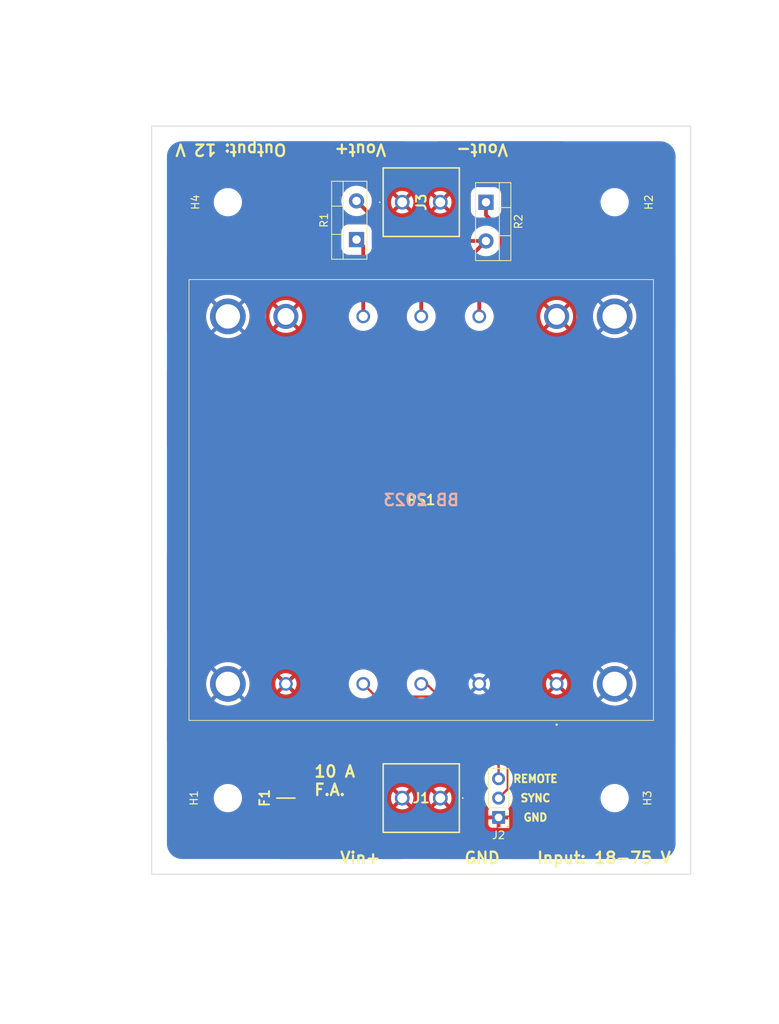
<source format=kicad_pcb>
(kicad_pcb (version 20221018) (generator pcbnew)
  (title_block (title "traco_breakout") (company "sbt"))
  (layers (0 "F.Cu" signal) (31 "B.Cu" signal) (34 "B.Paste" user) (35 "F.Paste" user) (36 "B.SilkS" user "B.Silkscreen") (37 "F.SilkS" user "F.Silkscreen") (38 "B.Mask" user) (39 "F.Mask" user) (44 "Edge.Cuts" user))
  (net 0 "")
  (net 1 "/Vin")
  (net 2 "/Vin_fuse")
  (net 3 "/shielding")
  (net 4 "Net-(PS1--SENSE)")
  (net 5 "Net-(PS1-TRIM)")
  (net 6 "Net-(PS1-+SENSE)")
  (net 7 "/GND")
  (net 8 "/SYNC")
  (net 9 "/REMOTE")
  (net 10 "/Vout+")
  (net 11 "/Vout-")
  (footprint "Connector_PinHeader_2.54mm:PinHeader_1x03_P2.54mm_Vertical" (layer "F.Cu") (at 141.16 141.69 180)
    (fp_text reference "J2" (at 0 -2.33) (layer "F.SilkS"))
    (fp_text value "Conn_01x03")
    (fp_line (start -1.33 -1.33) (end 0 -1.33) (stroke (width 0.12)) (layer "F.SilkS"))
    (fp_line (start -1.33 0) (end -1.33 -1.33) (stroke (width 0.12)) (layer "F.SilkS"))
    (fp_line (start -1.33 1.27) (end -1.33 6.41) (stroke (width 0.12)) (layer "F.SilkS"))
    (fp_line (start -1.33 1.27) (end 1.33 1.27) (stroke (width 0.12)) (layer "F.SilkS"))
    (fp_line (start -1.33 6.41) (end 1.33 6.41) (stroke (width 0.12)) (layer "F.SilkS"))
    (fp_line (start 1.33 1.27) (end 1.33 6.41) (stroke (width 0.12)) (layer "F.SilkS"))
    (pad "1" thru_hole rect (at 0 0 180) (size 1.7 1.7) (drill 1) (layers "*.Cu" "*.Mask") (net 7 "/GND"))
    (pad "2" thru_hole oval (at 0 2.54 180) (size 1.7 1.7) (drill 1) (layers "*.Cu" "*.Mask") (net 8 "/SYNC"))
    (pad "3" thru_hole oval (at 0 5.08 180) (size 1.7 1.7) (drill 1) (layers "*.Cu" "*.Mask") (net 9 "/REMOTE"))
  )
  (footprint "SamacSys_Parts:1935776" (layer "F.Cu") (at 128.5 60.89)
    (fp_text reference "J3" (at 2.5 0 90) (layer "F.SilkS") (effects (font (size 1.27 1.27) (thickness 0.254))))
    (fp_text value "1935776" hide)
    (fp_line (start -3 0) (end -3 0) (stroke (width 0.1)) (layer "F.SilkS"))
    (fp_line (start -2.9 0) (end -2.9 0) (stroke (width 0.1)) (layer "F.SilkS"))
    (fp_line (start -2.5 -4.5) (end 7.5 -4.5) (stroke (width 0.2)) (layer "F.SilkS"))
    (fp_line (start -2.5 4.5) (end -2.5 -4.5) (stroke (width 0.2)) (layer "F.SilkS"))
    (fp_line (start 7.5 -4.5) (end 7.5 4.5) (stroke (width 0.2)) (layer "F.SilkS"))
    (fp_line (start 7.5 4.5) (end -2.5 4.5) (stroke (width 0.2)) (layer "F.SilkS"))
    (fp_arc (start -3 0) (mid -2.95 -0.05) (end -2.9 0) (stroke (width 0.1)) (layer "F.SilkS"))
    (fp_arc (start -2.9 0) (mid -2.95 0.05) (end -3 0) (stroke (width 0.1)) (layer "F.SilkS"))
    (pad "1" thru_hole circle (at 0 0) (size 1.95 1.95) (drill 1.3) (layers "*.Cu" "*.Mask") (net 10 "/Vout+"))
    (pad "2" thru_hole circle (at 5 0) (size 1.95 1.95) (drill 1.3) (layers "*.Cu" "*.Mask") (net 11 "/Vout-"))
  )
  (footprint "MountingHole:MountingHole_3.2mm_M3" (layer "F.Cu") (at 156.4 139.15)
    (fp_text reference "H3" (at 4.31 0.01 90) (layer "F.SilkS"))
    (fp_text value "MountingHole_M3")
    (pad "" np_thru_hole circle (at 0 0) (size 3.2 3.2) (drill 3.2) (layers "*.Cu" "*.Mask"))
  )
  (footprint "SamacSys_Parts:1935776" (layer "F.Cu") (at 133.5 139.15 180)
    (fp_text reference "J1" (at 2.5 0) (layer "F.SilkS") (effects (font (size 1.27 1.27) (thickness 0.254))))
    (fp_text value "1935776" hide)
    (fp_line (start -3 0) (end -3 0) (stroke (width 0.1)) (layer "F.SilkS"))
    (fp_line (start -2.9 0) (end -2.9 0) (stroke (width 0.1)) (layer "F.SilkS"))
    (fp_line (start -2.5 -4.5) (end 7.5 -4.5) (stroke (width 0.2)) (layer "F.SilkS"))
    (fp_line (start -2.5 4.5) (end -2.5 -4.5) (stroke (width 0.2)) (layer "F.SilkS"))
    (fp_line (start 7.5 -4.5) (end 7.5 4.5) (stroke (width 0.2)) (layer "F.SilkS"))
    (fp_line (start 7.5 4.5) (end -2.5 4.5) (stroke (width 0.2)) (layer "F.SilkS"))
    (fp_arc (start -3 0) (mid -2.95 -0.05) (end -2.9 0) (stroke (width 0.1)) (layer "F.SilkS"))
    (fp_arc (start -2.9 0) (mid -2.95 0.05) (end -3 0) (stroke (width 0.1)) (layer "F.SilkS"))
    (pad "1" thru_hole circle (at 0 0 180) (size 1.95 1.95) (drill 1.3) (layers "*.Cu" "*.Mask") (net 7 "/GND"))
    (pad "2" thru_hole circle (at 5 0 180) (size 1.95 1.95) (drill 1.3) (layers "*.Cu" "*.Mask") (net 1 "/Vin"))
  )
  (footprint "SamacSys_Parts:TEP1602415WIR" (layer "F.Cu") (at 148.78 124.15)
    (fp_text reference "PS1" (at -17.78 -24.15) (layer "F.SilkS") (effects (font (size 1.27 1.27) (thickness 0.254))))
    (fp_text value "TEP_160-4812WIR" hide)
    (fp_line (start -48.28 -53.1) (end 12.72 -53.1) (stroke (width 0.1)) (layer "F.SilkS"))
    (fp_line (start -48.28 4.8) (end -48.28 -53.1) (stroke (width 0.1)) (layer "F.SilkS"))
    (fp_line (start 0 5.3) (end 0 5.3) (stroke (width 0.2)) (layer "F.SilkS"))
    (fp_line (start 0 5.4) (end 0 5.4) (stroke (width 0.2)) (layer "F.SilkS"))
    (fp_line (start 0 5.4) (end 0 5.4) (stroke (width 0.2)) (layer "F.SilkS"))
    (fp_line (start 12.72 -53.1) (end 12.72 4.8) (stroke (width 0.1)) (layer "F.SilkS"))
    (fp_line (start 12.72 4.8) (end -48.28 4.8) (stroke (width 0.1)) (layer "F.SilkS"))
    (fp_arc (start 0 5.3) (mid 0.05 5.35) (end 0 5.4) (stroke (width 0.2)) (layer "F.SilkS"))
    (fp_arc (start 0 5.3) (mid 0.05 5.35) (end 0 5.4) (stroke (width 0.2)) (layer "F.SilkS"))
    (fp_arc (start 0 5.4) (mid -0.05 5.35) (end 0 5.3) (stroke (width 0.2)) (layer "F.SilkS"))
    (pad "1" thru_hole circle (at 0 0) (size 1.8 1.8) (drill 1.2) (layers "*.Cu" "*.Mask") (net 7 "/GND"))
    (pad "2" thru_hole circle (at -10.16 0) (size 1.8 1.8) (drill 1.2) (layers "*.Cu" "*.Mask") (net 3 "/shielding"))
    (pad "3" thru_hole circle (at -25.4 0) (size 1.8 1.8) (drill 1.2) (layers "*.Cu" "*.Mask") (net 9 "/REMOTE"))
    (pad "4" thru_hole circle (at -35.56 0) (size 1.8 1.8) (drill 1.2) (layers "*.Cu" "*.Mask") (net 2 "/Vin_fuse"))
    (pad "5" thru_hole circle (at 0 -48.26) (size 3.3 3.3) (drill 2.2) (layers "*.Cu" "*.Mask") (net 11 "/Vout-"))
    (pad "6" thru_hole circle (at -10.16 -48.26) (size 1.8 1.8) (drill 1.2) (layers "*.Cu" "*.Mask") (net 4 "Net-(PS1--SENSE)"))
    (pad "7" thru_hole circle (at -17.78 -48.26) (size 1.8 1.8) (drill 1.2) (layers "*.Cu" "*.Mask") (net 5 "Net-(PS1-TRIM)"))
    (pad "8" thru_hole circle (at -25.4 -48.26) (size 1.8 1.8) (drill 1.2) (layers "*.Cu" "*.Mask") (net 6 "Net-(PS1-+SENSE)"))
    (pad "9" thru_hole circle (at -35.56 -48.26) (size 3.3 3.3) (drill 2.2) (layers "*.Cu" "*.Mask") (net 10 "/Vout+"))
    (pad "10" thru_hole circle (at -17.78 0) (size 1.8 1.8) (drill 1.2) (layers "*.Cu" "*.Mask") (net 8 "/SYNC"))
    (pad "MH1" thru_hole circle (at 7.62 0) (size 4.7 4.7) (drill 3.2) (layers "*.Cu" "*.Mask") (net 3 "/shielding"))
    (pad "MH2" thru_hole circle (at -43.18 0) (size 4.7 4.7) (drill 3.2) (layers "*.Cu" "*.Mask") (net 3 "/shielding"))
    (pad "MH3" thru_hole circle (at -43.18 -48.26) (size 4.7 4.7) (drill 3.2) (layers "*.Cu" "*.Mask") (net 3 "/shielding"))
    (pad "MH4" thru_hole circle (at 7.62 -48.26) (size 4.7 4.7) (drill 3.2) (layers "*.Cu" "*.Mask") (net 3 "/shielding"))
  )
  (footprint "SamacSys_Parts:FUSC6126X270N" (layer "F.Cu") (at 113.22 139.15 90)
    (fp_text reference "F1" (at 0.01 -2.79 90) (layer "F.SilkS") (effects (font (size 1.27 1.27) (thickness 0.254))))
    (fp_text value "SF-2410FP1000T-2" hide)
    (fp_line (start 0 -1.2) (end 0 1.2) (stroke (width 0.2)) (layer "F.SilkS"))
    (pad "1" smd rect (at -2.49 0 90) (size 2.04 2.73) (layers "F.Cu" "F.Paste" "F.Mask") (net 1 "/Vin"))
    (pad "2" smd rect (at 2.49 0 90) (size 2.04 2.73) (layers "F.Cu" "F.Paste" "F.Mask") (net 2 "/Vin_fuse"))
  )
  (footprint "MountingHole:MountingHole_3.2mm_M3" (layer "F.Cu") (at 156.4 60.89)
    (fp_text reference "H2" (at 4.49 0.01 90) (layer "F.SilkS"))
    (fp_text value "MountingHole_M3")
    (pad "" np_thru_hole circle (at 0 0) (size 3.2 3.2) (drill 3.2) (layers "*.Cu" "*.Mask"))
  )
  (footprint "Package_TO_SOT_THT:TO-220-2_Vertical" (layer "F.Cu") (at 122.5 65.8 90)
    (fp_text reference "R1" (at 2.54 -4.27 90) (layer "F.SilkS"))
    (fp_text value "R")
    (fp_line (start -2.58 -3.27) (end -2.58 1.371) (stroke (width 0.12)) (layer "F.SilkS"))
    (fp_line (start -2.58 -3.27) (end 7.66 -3.27) (stroke (width 0.12)) (layer "F.SilkS"))
    (fp_line (start -2.58 -1.76) (end 7.66 -1.76) (stroke (width 0.12)) (layer "F.SilkS"))
    (fp_line (start -2.58 1.371) (end 7.66 1.371) (stroke (width 0.12)) (layer "F.SilkS"))
    (fp_line (start 0.69 -3.27) (end 0.69 -1.76) (stroke (width 0.12)) (layer "F.SilkS"))
    (fp_line (start 4.391 -3.27) (end 4.391 -1.76) (stroke (width 0.12)) (layer "F.SilkS"))
    (fp_line (start 7.66 -3.27) (end 7.66 1.371) (stroke (width 0.12)) (layer "F.SilkS"))
    (pad "1" thru_hole rect (at 0 0 90) (size 2 2) (drill 1.1) (layers "*.Cu" "*.Mask") (net 6 "Net-(PS1-+SENSE)"))
    (pad "2" thru_hole oval (at 5.08 0 90) (size 2 2) (drill 1.1) (layers "*.Cu" "*.Mask") (net 5 "Net-(PS1-TRIM)"))
  )
  (footprint "Package_TO_SOT_THT:TO-220-2_Vertical" (layer "F.Cu") (at 139.5 60.9 -90)
    (fp_text reference "R2" (at 2.54 -4.27 90) (layer "F.SilkS"))
    (fp_text value "R")
    (fp_line (start -2.58 -3.27) (end -2.58 1.371) (stroke (width 0.12)) (layer "F.SilkS"))
    (fp_line (start -2.58 -3.27) (end 7.66 -3.27) (stroke (width 0.12)) (layer "F.SilkS"))
    (fp_line (start -2.58 -1.76) (end 7.66 -1.76) (stroke (width 0.12)) (layer "F.SilkS"))
    (fp_line (start -2.58 1.371) (end 7.66 1.371) (stroke (width 0.12)) (layer "F.SilkS"))
    (fp_line (start 0.69 -3.27) (end 0.69 -1.76) (stroke (width 0.12)) (layer "F.SilkS"))
    (fp_line (start 4.391 -3.27) (end 4.391 -1.76) (stroke (width 0.12)) (layer "F.SilkS"))
    (fp_line (start 7.66 -3.27) (end 7.66 1.371) (stroke (width 0.12)) (layer "F.SilkS"))
    (pad "1" thru_hole rect (at 0 0 270) (size 2 2) (drill 1.1) (layers "*.Cu" "*.Mask") (net 4 "Net-(PS1--SENSE)"))
    (pad "2" thru_hole oval (at 5.08 0 270) (size 2 2) (drill 1.1) (layers "*.Cu" "*.Mask") (net 5 "Net-(PS1-TRIM)"))
  )
  (footprint "MountingHole:MountingHole_3.2mm_M3" (layer "F.Cu") (at 105.6 139.15)
    (fp_text reference "H1" (at -4.45 0 90) (layer "F.SilkS"))
    (fp_text value "MountingHole_M3")
    (pad "" np_thru_hole circle (at 0 0) (size 3.2 3.2) (drill 3.2) (layers "*.Cu" "*.Mask"))
  )
  (footprint "MountingHole:MountingHole_3.2mm_M3" (layer "F.Cu") (at 105.6 60.89)
    (fp_text reference "H4" (at -4.26 0 -90) (layer "F.SilkS"))
    (fp_text value "MountingHole_M3")
    (pad "" np_thru_hole circle (at 0 0) (size 3.2 3.2) (drill 3.2) (layers "*.Cu" "*.Mask"))
  )
  (gr_line (start 95.6 50.89) (end 166.4 50.89) (stroke (width 0.1)) (layer "Edge.Cuts"))
  (gr_line (start 166.4 149.15) (end 95.6 149.15) (stroke (width 0.1)) (layer "Edge.Cuts"))
  (gr_line (start 166.4 50.89) (end 166.4 149.15) (stroke (width 0.1)) (layer "Edge.Cuts"))
  (gr_line (start 95.6 149.15) (end 95.6 50.89) (stroke (width 0.1)) (layer "Edge.Cuts"))
  (gr_text "BB 2023" (at 131 100) (layer "B.SilkS") (effects (font (size 1.5 1.5) (thickness 0.3)) (justify mirror)))
  (gr_text "Vin+" (at 123 147) (layer "F.SilkS") (effects (font (size 1.5 1.5) (thickness 0.3))))
  (gr_text "GND" (at 139 147) (layer "F.SilkS") (effects (font (size 1.5 1.5) (thickness 0.3))))
  (gr_text "Vout-" (at 139 54 180) (layer "F.SilkS") (effects (font (size 1.5 1.5) (thickness 0.3))))
  (gr_text "SYNC\n" (at 146 139.15) (layer "F.SilkS") (effects (font (size 1 1) (thickness 0.25))))
  (gr_text "REMOTE" (at 146 136.61) (layer "F.SilkS") (effects (font (size 1 1) (thickness 0.25))))
  (gr_text "10 A\nF.A.\n" (at 116.79 138.95) (layer "F.SilkS") (effects (font (size 1.5 1.5) (thickness 0.3) bold) (justify left bottom)))
  (gr_text "GND\n" (at 146 141.69) (layer "F.SilkS") (effects (font (size 1 1) (thickness 0.25))))
  (gr_text "Output: 12 V" (at 106 54 180) (layer "F.SilkS") (effects (font (size 1.5 1.5) (thickness 0.3))))
  (gr_text "Input: 18-75 V" (at 155 147) (layer "F.SilkS") (effects (font (size 1.5 1.5) (thickness 0.3))))
  (gr_text "Vout+" (at 123 54 180) (layer "F.SilkS") (effects (font (size 1.5 1.5) (thickness 0.3))))
  (segment (start 139.5 62.57) (end 141.43 64.5) (width 0.5) (layer "F.Cu") (net 4))
  (segment (start 138.62 70.19) (end 138.62 75.89) (width 0.5) (layer "F.Cu") (net 4))
  (segment (start 141.43 64.5) (end 141.43 67.38) (width 0.5) (layer "F.Cu") (net 4))
  (segment (start 139.5 60.9) (end 139.5 62.57) (width 0.5) (layer "F.Cu") (net 4))
  (segment (start 141.43 67.38) (end 138.62 70.19) (width 0.5) (layer "F.Cu") (net 4))
  (segment (start 139.5 65.98) (end 136.38 69.1) (width 0.5) (layer "F.Cu") (net 5))
  (segment (start 127.76 65.98) (end 122.5 60.72) (width 0.5) (layer "F.Cu") (net 5))
  (segment (start 131 72.31) (end 131 75.89) (width 0.5) (layer "F.Cu") (net 5))
  (segment (start 134.21 69.1) (end 131 72.31) (width 0.5) (layer "F.Cu") (net 5))
  (segment (start 139.5 65.98) (end 127.76 65.98) (width 0.5) (layer "F.Cu") (net 5))
  (segment (start 136.38 69.1) (end 134.21 69.1) (width 0.5) (layer "F.Cu") (net 5))
  (segment (start 123.38 66.68) (end 122.5 65.8) (width 0.5) (layer "F.Cu") (net 6))
  (segment (start 123.38 75.89) (end 123.38 66.68) (width 0.5) (layer "F.Cu") (net 6))
  (segment (start 142.36 134.83) (end 131.68 124.15) (width 0.3) (layer "F.Cu") (net 8))
  (segment (start 131.68 124.15) (end 131 124.15) (width 0.3) (layer "F.Cu") (net 8))
  (segment (start 141.16 139.15) (end 142.36 137.95) (width 0.3) (layer "F.Cu") (net 8))
  (segment (start 142.36 137.95) (end 142.36 134.83) (width 0.3) (layer "F.Cu") (net 8))
  (segment (start 141.16 134.86) (end 132.12 125.82) (width 0.3) (layer "F.Cu") (net 9))
  (segment (start 125.05 125.82) (end 123.38 124.15) (width 0.3) (layer "F.Cu") (net 9))
  (segment (start 132.12 125.82) (end 125.05 125.82) (width 0.3) (layer "F.Cu") (net 9))
  (segment (start 141.16 136.61) (end 141.16 134.86) (width 0.3) (layer "F.Cu") (net 9))
  (zone (net 0) (net_name "") (layer "F.Cu") (name "H3_keepout") (connect_pads (clearance 0)) (min_thickness 0.25)
    (keepout (tracks allowed) (vias allowed) (pads allowed) (copperpour not_allowed) (footprints allowed))
    (fill (thermal_gap 0.5) (thermal_bridge_width 0.5))
    (polygon (pts (xy 164.4 147.15) (xy 164.4 134.15) (xy 151.4 134.15) (xy 151.4 147.15)))
  )
  (zone (net 0) (net_name "") (layer "F.Cu") (name "H1_keepout") (connect_pads (clearance 0)) (min_thickness 0.25)
    (keepout (tracks allowed) (vias allowed) (pads allowed) (copperpour not_allowed) (footprints allowed))
    (fill (thermal_gap 0.5) (thermal_bridge_width 0.5))
    (polygon (pts (xy 97.6 147.15) (xy 110.6 147.15) (xy 110.6 134.15) (xy 97.6 134.15)))
  )
  (zone (net 2) (net_name "/Vin_fuse") (layer "F.Cu") (name "Vin_fuse") (priority 5) (connect_pads thru_hole_only (clearance 1)) (min_thickness 0.25) (fill yes (thermal_gap 0.5) (thermal_bridge_width 0.5) (smoothing fillet) (radius 2))
    (polygon (pts (xy 97.6 104.99) (xy 97.6 119.15) (xy 110.6 119.15) (xy 110.6 137.89) (xy 118.3 137.89) (xy 118.3 104.99)))
  )
  (zone (net 3) (net_name "/shielding") (layer "F.Cu") (name "shielding") (priority 6) (connect_pads (clearance 1)) (min_thickness 0.25) (fill yes (thermal_gap 0.5) (thermal_bridge_width 0.5) (smoothing fillet) (radius 2))
    (polygon (pts (xy 97.6 133.65) (xy 97.6 120.15) (xy 109.6 120.15) (xy 109.6 133.65)))
  )
  (zone (net 7) (net_name "/GND") (layer "F.Cu") (name "GND") (priority 5) (connect_pads (clearance 1)) (min_thickness 0.25) (fill yes (thermal_gap 0.5) (thermal_bridge_width 0.5) (smoothing fillet) (radius 2))
    (polygon (pts (xy 119.5 128.95) (xy 131.5 128.95) (xy 131.5 147.15) (xy 151.4 147.15) (xy 151.4 119.15) (xy 164.4 119.15) (xy 164.4 105) (xy 143.51 105) (xy 143.51 115) (xy 119.5 115)))
  )
  (zone (net 11) (net_name "/Vout-") (layer "F.Cu") (name "Vout_minus") (priority 5) (connect_pads (clearance 1)) (min_thickness 0.25) (fill yes (thermal_gap 0.5) (thermal_bridge_width 0.5) (smoothing fillet) (radius 2))
    (polygon (pts (xy 151.4 52.88) (xy 151.4 80.88) (xy 164.4 80.88) (xy 164.4 95) (xy 143.51 95) (xy 143.51 85) (xy 131.5 85) (xy 131.5 52.88)))
  )
  (zone (net 3) (net_name "/shielding") (layer "F.Cu") (name "shielding") (priority 6) (connect_pads (clearance 1)) (min_thickness 0.25) (fill yes (thermal_gap 0.5) (thermal_bridge_width 0.5) (smoothing fillet) (radius 2))
    (polygon (pts (xy 164.4 65.88) (xy 164.4 79.88) (xy 152.4 79.88) (xy 152.4 65.88)))
  )
  (zone (net 1) (net_name "/Vin") (layer "F.Cu") (name "Vin") (priority 5) (connect_pads thru_hole_only (clearance 1)) (min_thickness 0.25) (fill yes (thermal_gap 0.5) (thermal_bridge_width 0.5) (smoothing fillet) (radius 2))
    (polygon (pts (xy 110.57 139.47) (xy 110.6 147.15) (xy 130.5 147.15) (xy 130.5 129.95) (xy 119.5 129.95) (xy 119.47 139.47)))
  )
  (zone (net 0) (net_name "") (layer "F.Cu") (name "H4_clearance") (connect_pads (clearance 0)) (min_thickness 0.25)
    (keepout (tracks allowed) (vias allowed) (pads allowed) (copperpour not_allowed) (footprints allowed))
    (fill (thermal_gap 0.5) (thermal_bridge_width 0.5))
    (polygon (pts (xy 97.6 52.88) (xy 97.6 65.88) (xy 110.6 65.88) (xy 110.6 52.88)))
  )
  (zone (net 3) (net_name "/shielding") (layer "F.Cu") (name "shielding") (priority 6) (connect_pads (clearance 1)) (min_thickness 0.25) (fill yes (thermal_gap 0.5) (thermal_bridge_width 0.5) (smoothing fillet) (radius 2))
    (polygon (pts (xy 97.6 65.88) (xy 97.6 79.88) (xy 109.6 79.88) (xy 109.6 65.88)))
  )
  (zone (net 3) (net_name "/shielding") (layer "F.Cu") (name "shielding") (priority 6) (connect_pads (clearance 1)) (min_thickness 0.25) (fill yes (thermal_gap 0.5) (thermal_bridge_width 0.5) (smoothing fillet) (radius 2))
    (polygon (pts (xy 164.4 134.15) (xy 164.4 120.15) (xy 152.4 120.15) (xy 152.4 134.15)))
  )
  (zone (net 0) (net_name "") (layer "F.Cu") (name "H2_keepout") (connect_pads (clearance 0)) (min_thickness 0.25)
    (keepout (tracks allowed) (vias allowed) (pads allowed) (copperpour not_allowed) (footprints allowed))
    (fill (thermal_gap 0.5) (thermal_bridge_width 0.5))
    (polygon (pts (xy 164.4 52.88) (xy 164.4 65.88) (xy 151.4 65.88) (xy 151.4 52.88)))
  )
  (zone (net 10) (net_name "/Vout+") (layer "F.Cu") (name "Vout_plus") (connect_pads (clearance 1)) (min_thickness 0.25) (fill yes (thermal_gap 0.5) (thermal_bridge_width 0.5) (smoothing fillet) (radius 2))
    (polygon (pts (xy 110.6 52.88) (xy 110.6 80.88) (xy 97.6 80.88) (xy 97.6 94.99) (xy 118.5 94.99) (xy 118.5 85.01) (xy 130.5 85.01) (xy 130.5 52.88)))
  )
  (zone (net 3) (net_name "/shielding") (layer "B.Cu") (name "shield") (priority 5) (connect_pads (clearance 1)) (min_thickness 0.25) (fill yes (thermal_gap 0.5) (thermal_bridge_width 0.5) (smoothing fillet) (radius 2))
    (polygon (pts (xy 97.6 147.15) (xy 97.6 52.89) (xy 164.4 52.89) (xy 164.4 147.15)))
  )
)
</source>
